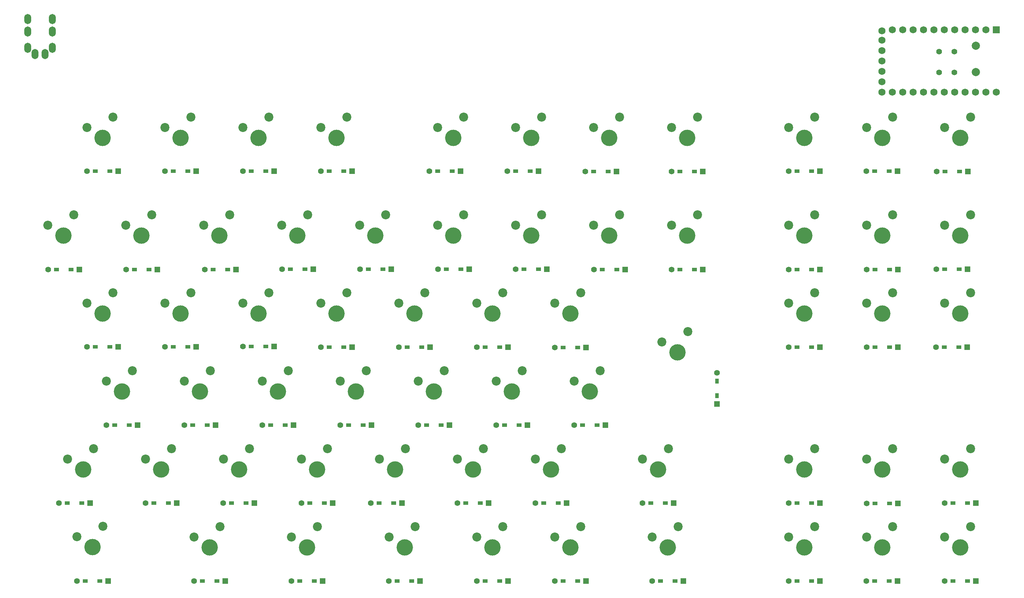
<source format=gbs>
G04 #@! TF.GenerationSoftware,KiCad,Pcbnew,(5.1.8)-1*
G04 #@! TF.CreationDate,2020-12-13T12:05:22+09:00*
G04 #@! TF.ProjectId,keyboard-layouter-playground,6b657962-6f61-4726-942d-6c61796f7574,rev?*
G04 #@! TF.SameCoordinates,Original*
G04 #@! TF.FileFunction,Soldermask,Bot*
G04 #@! TF.FilePolarity,Negative*
%FSLAX46Y46*%
G04 Gerber Fmt 4.6, Leading zero omitted, Abs format (unit mm)*
G04 Created by KiCad (PCBNEW (5.1.8)-1) date 2020-12-13 12:05:22*
%MOMM*%
%LPD*%
G01*
G04 APERTURE LIST*
%ADD10C,1.752600*%
%ADD11R,1.752600X1.752600*%
%ADD12C,2.000000*%
%ADD13C,4.000000*%
%ADD14C,2.200000*%
%ADD15C,1.397000*%
%ADD16O,1.700000X2.500000*%
%ADD17R,0.950000X1.300000*%
%ADD18R,1.397000X1.397000*%
%ADD19R,1.300000X0.950000*%
G04 APERTURE END LIST*
D10*
X227030000Y-104420000D03*
X227030000Y-106960000D03*
X227030000Y-109500000D03*
X227030000Y-112040000D03*
X227030000Y-114580000D03*
X254970000Y-117120000D03*
X227030000Y-102108600D03*
X252430000Y-117120000D03*
X249890000Y-117120000D03*
X247350000Y-117120000D03*
X244810000Y-117120000D03*
X242270000Y-117120000D03*
X239730000Y-117120000D03*
X237190000Y-117120000D03*
X234650000Y-117120000D03*
X232110000Y-117120000D03*
X229570000Y-117120000D03*
X227030000Y-117120000D03*
X229570000Y-101880000D03*
X232110000Y-101880000D03*
X234650000Y-101880000D03*
X237190000Y-101880000D03*
X239730000Y-101880000D03*
X242270000Y-101880000D03*
X244810000Y-101880000D03*
X247350000Y-101880000D03*
X249890000Y-101880000D03*
X252430000Y-101880000D03*
D11*
X254970000Y-101880000D03*
D12*
X250000000Y-105750000D03*
X250000000Y-112250000D03*
D13*
X177128000Y-180718000D03*
D14*
X173318000Y-178178000D03*
X179668000Y-175638000D03*
D13*
X34210000Y-228330000D03*
D14*
X30400000Y-225790000D03*
X36750000Y-223250000D03*
D13*
X172366000Y-209292000D03*
D14*
X168556000Y-206752000D03*
X174906000Y-204212000D03*
D13*
X174748000Y-228342000D03*
D14*
X170938000Y-225802000D03*
X177288000Y-223262000D03*
D13*
X110454000Y-228342000D03*
D14*
X106644000Y-225802000D03*
X112994000Y-223262000D03*
D13*
X86641000Y-228342000D03*
D14*
X82831000Y-225802000D03*
X89181000Y-223262000D03*
D13*
X62828000Y-228342000D03*
D14*
X59018000Y-225802000D03*
X65368000Y-223262000D03*
D13*
X246185000Y-228342000D03*
D14*
X242375000Y-225802000D03*
X248725000Y-223262000D03*
D13*
X227135000Y-228342000D03*
D14*
X223325000Y-225802000D03*
X229675000Y-223262000D03*
D13*
X208085000Y-228342000D03*
D14*
X204275000Y-225802000D03*
X210625000Y-223262000D03*
D13*
X150935000Y-228342000D03*
D14*
X147125000Y-225802000D03*
X153475000Y-223262000D03*
D13*
X131885000Y-228342000D03*
D14*
X128075000Y-225802000D03*
X134425000Y-223262000D03*
D13*
X246185000Y-209292000D03*
D14*
X242375000Y-206752000D03*
X248725000Y-204212000D03*
D13*
X227135000Y-209292000D03*
D14*
X223325000Y-206752000D03*
X229675000Y-204212000D03*
D13*
X208085000Y-209292000D03*
D14*
X204275000Y-206752000D03*
X210625000Y-204212000D03*
D13*
X146172000Y-209292000D03*
D14*
X142362000Y-206752000D03*
X148712000Y-204212000D03*
D13*
X127122000Y-209292000D03*
D14*
X123312000Y-206752000D03*
X129662000Y-204212000D03*
D13*
X108072000Y-209292000D03*
D14*
X104262000Y-206752000D03*
X110612000Y-204212000D03*
D13*
X89022000Y-209292000D03*
D14*
X85212000Y-206752000D03*
X91562000Y-204212000D03*
D13*
X69972000Y-209292000D03*
D14*
X66162000Y-206752000D03*
X72512000Y-204212000D03*
D13*
X50922000Y-209292000D03*
D14*
X47112000Y-206752000D03*
X53462000Y-204212000D03*
D13*
X31872000Y-209292000D03*
D14*
X28062000Y-206752000D03*
X34412000Y-204212000D03*
D13*
X155698000Y-190242000D03*
D14*
X151888000Y-187702000D03*
X158238000Y-185162000D03*
D13*
X136648000Y-190242000D03*
D14*
X132838000Y-187702000D03*
X139188000Y-185162000D03*
D13*
X117598000Y-190242000D03*
D14*
X113788000Y-187702000D03*
X120138000Y-185162000D03*
D13*
X98548000Y-190242000D03*
D14*
X94738000Y-187702000D03*
X101088000Y-185162000D03*
D13*
X79498000Y-190242000D03*
D14*
X75688000Y-187702000D03*
X82038000Y-185162000D03*
D13*
X60448000Y-190242000D03*
D14*
X56638000Y-187702000D03*
X62988000Y-185162000D03*
D13*
X41398000Y-190242000D03*
D14*
X37588000Y-187702000D03*
X43938000Y-185162000D03*
D13*
X246185000Y-171192000D03*
D14*
X242375000Y-168652000D03*
X248725000Y-166112000D03*
D13*
X227135000Y-171192000D03*
D14*
X223325000Y-168652000D03*
X229675000Y-166112000D03*
D13*
X208085000Y-171192000D03*
D14*
X204275000Y-168652000D03*
X210625000Y-166112000D03*
D13*
X150935000Y-171192000D03*
D14*
X147125000Y-168652000D03*
X153475000Y-166112000D03*
D13*
X131885000Y-171192000D03*
D14*
X128075000Y-168652000D03*
X134425000Y-166112000D03*
D13*
X112835000Y-171192000D03*
D14*
X109025000Y-168652000D03*
X115375000Y-166112000D03*
D13*
X93785000Y-171192000D03*
D14*
X89975000Y-168652000D03*
X96325000Y-166112000D03*
D13*
X74735000Y-171192000D03*
D14*
X70925000Y-168652000D03*
X77275000Y-166112000D03*
D13*
X55685000Y-171192000D03*
D14*
X51875000Y-168652000D03*
X58225000Y-166112000D03*
D13*
X36635000Y-171192000D03*
D14*
X32825000Y-168652000D03*
X39175000Y-166112000D03*
D13*
X246185000Y-152142000D03*
D14*
X242375000Y-149602000D03*
X248725000Y-147062000D03*
D13*
X227135000Y-152142000D03*
D14*
X223325000Y-149602000D03*
X229675000Y-147062000D03*
D13*
X208085000Y-152142000D03*
D14*
X204275000Y-149602000D03*
X210625000Y-147062000D03*
D13*
X179510000Y-152142000D03*
D14*
X175700000Y-149602000D03*
X182050000Y-147062000D03*
D13*
X160460000Y-152142000D03*
D14*
X156650000Y-149602000D03*
X163000000Y-147062000D03*
D13*
X141410000Y-152142000D03*
D14*
X137600000Y-149602000D03*
X143950000Y-147062000D03*
D13*
X122360000Y-152142000D03*
D14*
X118550000Y-149602000D03*
X124900000Y-147062000D03*
D13*
X103310000Y-152142000D03*
D14*
X99500000Y-149602000D03*
X105850000Y-147062000D03*
D13*
X84260000Y-152142000D03*
D14*
X80450000Y-149602000D03*
X86800000Y-147062000D03*
D13*
X65210000Y-152142000D03*
D14*
X61400000Y-149602000D03*
X67750000Y-147062000D03*
D13*
X46160000Y-152142000D03*
D14*
X42350000Y-149602000D03*
X48700000Y-147062000D03*
D13*
X27110000Y-152142000D03*
D14*
X23300000Y-149602000D03*
X29650000Y-147062000D03*
D13*
X246185000Y-128330000D03*
D14*
X242375000Y-125790000D03*
X248725000Y-123250000D03*
D13*
X227135000Y-128330000D03*
D14*
X223325000Y-125790000D03*
X229675000Y-123250000D03*
D13*
X208085000Y-128330000D03*
D14*
X204275000Y-125790000D03*
X210625000Y-123250000D03*
D13*
X179510000Y-128330000D03*
D14*
X175700000Y-125790000D03*
X182050000Y-123250000D03*
D13*
X160460000Y-128330000D03*
D14*
X156650000Y-125790000D03*
X163000000Y-123250000D03*
D13*
X141410000Y-128330000D03*
D14*
X137600000Y-125790000D03*
X143950000Y-123250000D03*
D13*
X122360000Y-128330000D03*
D14*
X118550000Y-125790000D03*
X124900000Y-123250000D03*
D13*
X93785000Y-128330000D03*
D14*
X89975000Y-125790000D03*
X96325000Y-123250000D03*
D13*
X74735000Y-128330000D03*
D14*
X70925000Y-125790000D03*
X77275000Y-123250000D03*
D13*
X55685000Y-128330000D03*
D14*
X51875000Y-125790000D03*
X58225000Y-123250000D03*
D13*
X36635000Y-128330000D03*
D14*
X32825000Y-125790000D03*
X39175000Y-123250000D03*
D15*
X244750000Y-112330000D03*
X244750000Y-107250000D03*
X241000000Y-112290000D03*
X241000000Y-107210000D03*
D16*
X18400000Y-106300000D03*
X22600000Y-107800000D03*
X18400000Y-99300000D03*
X18400000Y-102300000D03*
X24350000Y-99300000D03*
X24350000Y-102300000D03*
X24350000Y-106300000D03*
X20150000Y-107800000D03*
D17*
X186788100Y-191258820D03*
X186788100Y-187708820D03*
D15*
X186788100Y-185673820D03*
D18*
X186788100Y-193293820D03*
D19*
X35958820Y-236561900D03*
X32408820Y-236561900D03*
D15*
X30373820Y-236561900D03*
D18*
X37993820Y-236561900D03*
D19*
X174158820Y-217561900D03*
X170608820Y-217561900D03*
D15*
X168573820Y-217561900D03*
D18*
X176193820Y-217561900D03*
D19*
X176508820Y-236561900D03*
X172958820Y-236561900D03*
D15*
X170923820Y-236561900D03*
D18*
X178543820Y-236561900D03*
D19*
X112208820Y-236561900D03*
X108658820Y-236561900D03*
D15*
X106623820Y-236561900D03*
D18*
X114243820Y-236561900D03*
D19*
X88408820Y-236561900D03*
X84858820Y-236561900D03*
D15*
X82823820Y-236561900D03*
D18*
X90443820Y-236561900D03*
D19*
X64558820Y-236561900D03*
X61008820Y-236561900D03*
D15*
X58973820Y-236561900D03*
D18*
X66593820Y-236561900D03*
D19*
X247958820Y-236561900D03*
X244408820Y-236561900D03*
D15*
X242373820Y-236561900D03*
D18*
X249993820Y-236561900D03*
D19*
X228858820Y-236561900D03*
X225308820Y-236561900D03*
D15*
X223273820Y-236561900D03*
D18*
X230893820Y-236561900D03*
D19*
X209858820Y-236561900D03*
X206308820Y-236561900D03*
D15*
X204273820Y-236561900D03*
D18*
X211893820Y-236561900D03*
D19*
X152708820Y-236561900D03*
X149158820Y-236561900D03*
D15*
X147123820Y-236561900D03*
D18*
X154743820Y-236561900D03*
D19*
X133658820Y-236561900D03*
X130108820Y-236561900D03*
D15*
X128073820Y-236561900D03*
D18*
X135693820Y-236561900D03*
D19*
X247958820Y-217561900D03*
X244408820Y-217561900D03*
D15*
X242373820Y-217561900D03*
D18*
X249993820Y-217561900D03*
D19*
X228908820Y-217611900D03*
X225358820Y-217611900D03*
D15*
X223323820Y-217611900D03*
D18*
X230943820Y-217611900D03*
D19*
X209858820Y-217561900D03*
X206308820Y-217561900D03*
D15*
X204273820Y-217561900D03*
D18*
X211893820Y-217561900D03*
D19*
X147958820Y-217561900D03*
X144408820Y-217561900D03*
D15*
X142373820Y-217561900D03*
D18*
X149993820Y-217561900D03*
D19*
X128908820Y-217561900D03*
X125358820Y-217561900D03*
D15*
X123323820Y-217561900D03*
D18*
X130943820Y-217561900D03*
D19*
X107808820Y-217561900D03*
X104258820Y-217561900D03*
D15*
X102223820Y-217561900D03*
D18*
X109843820Y-217561900D03*
D19*
X90808820Y-217561900D03*
X87258820Y-217561900D03*
D15*
X85223820Y-217561900D03*
D18*
X92843820Y-217561900D03*
D19*
X71708820Y-217561900D03*
X68158820Y-217561900D03*
D15*
X66123820Y-217561900D03*
D18*
X73743820Y-217561900D03*
D19*
X52708820Y-217561900D03*
X49158820Y-217561900D03*
D15*
X47123820Y-217561900D03*
D18*
X54743820Y-217561900D03*
D19*
X31608820Y-217561900D03*
X28058820Y-217561900D03*
D15*
X26023820Y-217561900D03*
D18*
X33643820Y-217561900D03*
D19*
X157508820Y-198461900D03*
X153958820Y-198461900D03*
D15*
X151923820Y-198461900D03*
D18*
X159543820Y-198461900D03*
D19*
X138408820Y-198461900D03*
X134858820Y-198461900D03*
D15*
X132823820Y-198461900D03*
D18*
X140443820Y-198461900D03*
D19*
X119358820Y-198461900D03*
X115808820Y-198461900D03*
D15*
X113773820Y-198461900D03*
D18*
X121393820Y-198461900D03*
D19*
X100308820Y-198461900D03*
X96758820Y-198461900D03*
D15*
X94723820Y-198461900D03*
D18*
X102343820Y-198461900D03*
D19*
X81258820Y-198461900D03*
X77708820Y-198461900D03*
D15*
X75673820Y-198461900D03*
D18*
X83293820Y-198461900D03*
D19*
X62208820Y-198461900D03*
X58658820Y-198461900D03*
D15*
X56623820Y-198461900D03*
D18*
X64243820Y-198461900D03*
D19*
X43158820Y-198461900D03*
X39608820Y-198461900D03*
D15*
X37573820Y-198461900D03*
D18*
X45193820Y-198461900D03*
D19*
X245858820Y-179411900D03*
X242308820Y-179411900D03*
D15*
X240273820Y-179411900D03*
D18*
X247893820Y-179411900D03*
D19*
X228908820Y-179461900D03*
X225358820Y-179461900D03*
D15*
X223323820Y-179461900D03*
D18*
X230943820Y-179461900D03*
D19*
X209858820Y-179411900D03*
X206308820Y-179411900D03*
D15*
X204273820Y-179411900D03*
D18*
X211893820Y-179411900D03*
D19*
X152708820Y-179511900D03*
X149158820Y-179511900D03*
D15*
X147123820Y-179511900D03*
D18*
X154743820Y-179511900D03*
D19*
X133658820Y-179411900D03*
X130108820Y-179411900D03*
D15*
X128073820Y-179411900D03*
D18*
X135693820Y-179411900D03*
D19*
X114608820Y-179411900D03*
X111058820Y-179411900D03*
D15*
X109023820Y-179411900D03*
D18*
X116643820Y-179411900D03*
D19*
X95558820Y-179411900D03*
X92008820Y-179411900D03*
D15*
X89973820Y-179411900D03*
D18*
X97593820Y-179411900D03*
D19*
X76508820Y-179311900D03*
X72958820Y-179311900D03*
D15*
X70923820Y-179311900D03*
D18*
X78543820Y-179311900D03*
D19*
X57458820Y-179361900D03*
X53908820Y-179361900D03*
D15*
X51873820Y-179361900D03*
D18*
X59493820Y-179361900D03*
D19*
X38408820Y-179361900D03*
X34858820Y-179361900D03*
D15*
X32823820Y-179361900D03*
D18*
X40443820Y-179361900D03*
D19*
X245958820Y-160411900D03*
X242408820Y-160411900D03*
D15*
X240373820Y-160411900D03*
D18*
X247993820Y-160411900D03*
D19*
X228908820Y-160461900D03*
X225358820Y-160461900D03*
D15*
X223323820Y-160461900D03*
D18*
X230943820Y-160461900D03*
D19*
X209858820Y-160461900D03*
X206308820Y-160461900D03*
D15*
X204273820Y-160461900D03*
D18*
X211893820Y-160461900D03*
D19*
X181258820Y-160461900D03*
X177708820Y-160461900D03*
D15*
X175673820Y-160461900D03*
D18*
X183293820Y-160461900D03*
D19*
X162258820Y-160461900D03*
X158708820Y-160461900D03*
D15*
X156673820Y-160461900D03*
D18*
X164293820Y-160461900D03*
D19*
X143158820Y-160411900D03*
X139608820Y-160411900D03*
D15*
X137573820Y-160411900D03*
D18*
X145193820Y-160411900D03*
D19*
X124158820Y-160411900D03*
X120608820Y-160411900D03*
D15*
X118573820Y-160411900D03*
D18*
X126193820Y-160411900D03*
D19*
X105158820Y-160411900D03*
X101608820Y-160411900D03*
D15*
X99573820Y-160411900D03*
D18*
X107193820Y-160411900D03*
D19*
X86058820Y-160411900D03*
X82508820Y-160411900D03*
D15*
X80473820Y-160411900D03*
D18*
X88093820Y-160411900D03*
D19*
X67208820Y-160461900D03*
X63658820Y-160461900D03*
D15*
X61623820Y-160461900D03*
D18*
X69243820Y-160461900D03*
D19*
X47958820Y-160461900D03*
X44408820Y-160461900D03*
D15*
X42373820Y-160461900D03*
D18*
X49993820Y-160461900D03*
D19*
X28958820Y-160461900D03*
X25408820Y-160461900D03*
D15*
X23373820Y-160461900D03*
D18*
X30993820Y-160461900D03*
X248043820Y-136511900D03*
D15*
X240423820Y-136511900D03*
D19*
X242458820Y-136511900D03*
X246008820Y-136511900D03*
D18*
X230893820Y-136461900D03*
D15*
X223273820Y-136461900D03*
D19*
X225308820Y-136461900D03*
X228858820Y-136461900D03*
D18*
X211893820Y-136461900D03*
D15*
X204273820Y-136461900D03*
D19*
X206308820Y-136461900D03*
X209858820Y-136461900D03*
D18*
X183293820Y-136511900D03*
D15*
X175673820Y-136511900D03*
D19*
X177708820Y-136511900D03*
X181258820Y-136511900D03*
D18*
X162243820Y-136511900D03*
D15*
X154623820Y-136511900D03*
D19*
X156658820Y-136511900D03*
X160208820Y-136511900D03*
D18*
X143193820Y-136461900D03*
D15*
X135573820Y-136461900D03*
D19*
X137608820Y-136461900D03*
X141158820Y-136461900D03*
D18*
X124143820Y-136461900D03*
D15*
X116523820Y-136461900D03*
D19*
X118558820Y-136461900D03*
X122108820Y-136461900D03*
D18*
X97593820Y-136461900D03*
D15*
X89973820Y-136461900D03*
D19*
X92008820Y-136461900D03*
X95558820Y-136461900D03*
D18*
X78543820Y-136461900D03*
D15*
X70923820Y-136461900D03*
D19*
X72958820Y-136461900D03*
X76508820Y-136461900D03*
D18*
X59493820Y-136461900D03*
D15*
X51873820Y-136461900D03*
D19*
X53908820Y-136461900D03*
X57458820Y-136461900D03*
D18*
X40443820Y-136461900D03*
D15*
X32823820Y-136461900D03*
D19*
X34858820Y-136461900D03*
X38408820Y-136461900D03*
M02*

</source>
